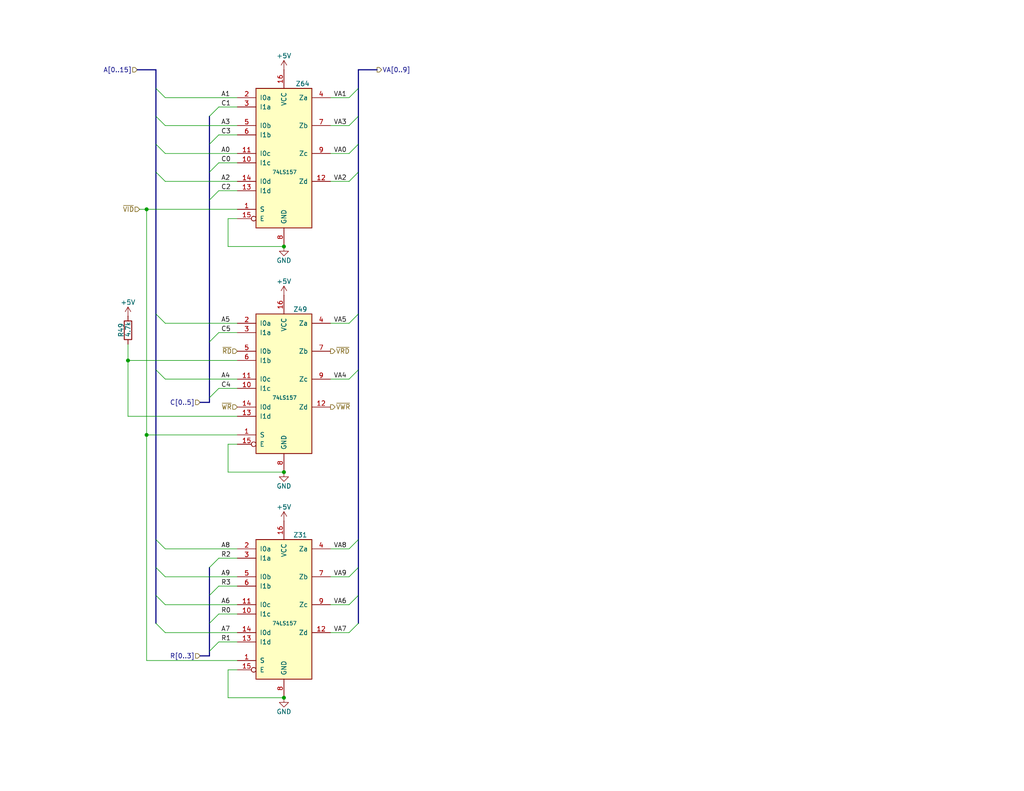
<source format=kicad_sch>
(kicad_sch (version 20231120) (generator "eeschema") (generator_version "8.0")
  (paper "USLetter")
  (title_block (title "TRS-80 Model I Rev D") (date "2024-11-20") (rev "E1A-D") (company "RetroStack - Marcel Erz") (comment 2 "Multiplexer for video RAM access of CPU or video circuit") (comment 4 "Video Access Multiplexer"))
  (lib_symbols
    (symbol "74xx:74LS157" (pin_names (offset 1.016))
      (property "Reference" "U" (at -7.62 19.05 0))
      (property "Value" "74LS157" (at -7.62 -21.59 0))
      (symbol "74LS157_1_0"
        (pin input line (at -12.7 -15.24 0) (length 5.08) (name "S") (number "1"))
        (pin input line (at -12.7 -2.54 0) (length 5.08) (name "I1c") (number "10"))
        (pin input line (at -12.7 0 0) (length 5.08) (name "I0c") (number "11"))
        (pin output line (at 12.7 -7.62 180) (length 5.08) (name "Zd") (number "12"))
        (pin input line (at -12.7 -10.16 0) (length 5.08) (name "I1d") (number "13"))
        (pin input line (at -12.7 -7.62 0) (length 5.08) (name "I0d") (number "14"))
        (pin input inverted (at -12.7 -17.78 0) (length 5.08) (name "E") (number "15"))
        (pin power_in line (at 0 22.86 270) (length 5.08) (name "VCC") (number "16"))
        (pin input line (at -12.7 15.24 0) (length 5.08) (name "I0a") (number "2"))
        (pin input line (at -12.7 12.7 0) (length 5.08) (name "I1a") (number "3"))
        (pin output line (at 12.7 15.24 180) (length 5.08) (name "Za") (number "4"))
        (pin input line (at -12.7 7.62 0) (length 5.08) (name "I0b") (number "5"))
        (pin input line (at -12.7 5.08 0) (length 5.08) (name "I1b") (number "6"))
        (pin output line (at 12.7 7.62 180) (length 5.08) (name "Zb") (number "7"))
        (pin power_in line (at 0 -25.4 90) (length 5.08) (name "GND") (number "8"))
        (pin output line (at 12.7 0 180) (length 5.08) (name "Zc") (number "9"))
      )
      (symbol "74LS157_1_1"
        (rectangle (start -7.62 17.78) (end 7.62 -20.32) (stroke (width 0.254)) (fill (type background)))
      )
    )
    (symbol "Device:R" (pin_numbers hide) (pin_names (offset 0))
      (property "Reference" "R" (at 2.032 0 90))
      (property "Value" "R" (at 0 0 90))
      (symbol "R_0_1"
        (rectangle (start -1.016 -2.54) (end 1.016 2.54) (stroke (width 0.254)))
      )
      (symbol "R_1_1"
        (pin passive line (at 0 3.81 270) (length 1.27) (name "~") (number "1"))
        (pin passive line (at 0 -3.81 90) (length 1.27) (name "~") (number "2"))
      )
    )
    (symbol "power:+5V" (power) (pin_numbers hide) (pin_names (offset 0) hide)
      (property "Value" "+5V" (at 0 3.556 0))
      (symbol "+5V_0_1"
        (polyline (pts (xy -0.762 1.27) (xy 0 2.54)))
        (polyline (pts (xy 0 0) (xy 0 2.54)))
        (polyline (pts (xy 0 2.54) (xy 0.762 1.27)))
      )
      (symbol "+5V_1_1"
        (pin power_in line (at 0 0 90) (length 0) (name "~") (number "1"))
      )
    )
    (symbol "power:GND" (power) (pin_numbers hide) (pin_names (offset 0) hide)
      (property "Value" "GND" (at 0 -3.81 0))
      (symbol "GND_0_1"
        (polyline (pts (xy 0 0) (xy 0 -1.27) (xy 1.27 -1.27) (xy 0 -2.54) (xy -1.27 -1.27) (xy 0 -1.27)))
      )
      (symbol "GND_1_1"
        (pin power_in line (at 0 0 270) (length 0) (name "~") (number "1"))
      )
    )
  )
  (junction (at 77.47 128.905))
  (junction (at 77.47 190.5))
  (junction (at 77.47 67.31))
  (junction (at 40.005 57.15))
  (junction (at 40.005 118.745))
  (junction (at 34.925 98.425))
  (bus_entry (at 95.25 172.72) (size 2.54 -2.54))
  (bus_entry (at 95.25 49.53) (size 2.54 -2.54))
  (bus_entry (at 57.15 177.8) (size 2.54 -2.54))
  (bus_entry (at 95.25 26.67) (size 2.54 -2.54))
  (bus_entry (at 57.15 162.56) (size 2.54 -2.54))
  (bus_entry (at 57.15 154.94) (size 2.54 -2.54))
  (bus_entry (at 42.545 31.75) (size 2.54 2.54))
  (bus_entry (at 95.25 149.86) (size 2.54 -2.54))
  (bus_entry (at 57.15 46.99) (size 2.54 -2.54))
  (bus_entry (at 42.545 24.13) (size 2.54 2.54))
  (bus_entry (at 42.545 147.32) (size 2.54 2.54))
  (bus_entry (at 95.25 88.265) (size 2.54 -2.54))
  (bus_entry (at 42.545 39.37) (size 2.54 2.54))
  (bus_entry (at 42.545 162.56) (size 2.54 2.54))
  (bus_entry (at 57.15 31.75) (size 2.54 -2.54))
  (bus_entry (at 57.15 170.18) (size 2.54 -2.54))
  (bus_entry (at 42.545 85.725) (size 2.54 2.54))
  (bus_entry (at 42.545 170.18) (size 2.54 2.54))
  (bus_entry (at 95.25 41.91) (size 2.54 -2.54))
  (bus_entry (at 95.25 103.505) (size 2.54 -2.54))
  (bus_entry (at 42.545 154.94) (size 2.54 2.54))
  (bus_entry (at 57.15 93.345) (size 2.54 -2.54))
  (bus_entry (at 95.25 157.48) (size 2.54 -2.54))
  (bus_entry (at 57.15 39.37) (size 2.54 -2.54))
  (bus_entry (at 95.25 165.1) (size 2.54 -2.54))
  (bus_entry (at 57.15 108.585) (size 2.54 -2.54))
  (bus_entry (at 42.545 46.99) (size 2.54 2.54))
  (bus_entry (at 57.15 54.61) (size 2.54 -2.54))
  (bus_entry (at 42.545 100.965) (size 2.54 2.54))
  (bus_entry (at 95.25 34.29) (size 2.54 -2.54))
  (bus (pts (xy 57.15 177.8) (xy 57.15 179.07)))
  (bus (pts (xy 42.545 39.37) (xy 42.545 46.99)))
  (bus (pts (xy 42.545 147.32) (xy 42.545 154.94)))
  (bus (pts (xy 54.61 109.855) (xy 57.15 109.855)))
  (bus (pts (xy 97.79 19.05) (xy 102.87 19.05)))
  (bus (pts (xy 97.79 31.75) (xy 97.79 24.13)))
  (wire (pts (xy 62.23 190.5) (xy 77.47 190.5)))
  (wire (pts (xy 45.085 103.505) (xy 64.77 103.505)))
  (bus (pts (xy 97.79 170.18) (xy 97.79 162.56)))
  (wire (pts (xy 45.085 165.1) (xy 64.77 165.1)))
  (bus (pts (xy 57.15 46.99) (xy 57.15 54.61)))
  (bus (pts (xy 57.15 108.585) (xy 57.15 109.855)))
  (wire (pts (xy 64.77 121.285) (xy 62.23 121.285)))
  (bus (pts (xy 42.545 85.725) (xy 42.545 100.965)))
  (bus (pts (xy 42.545 162.56) (xy 42.545 170.18)))
  (bus (pts (xy 57.15 162.56) (xy 57.15 170.18)))
  (wire (pts (xy 38.1 57.15) (xy 40.005 57.15)))
  (wire (pts (xy 59.69 52.07) (xy 64.77 52.07)))
  (wire (pts (xy 45.085 49.53) (xy 64.77 49.53)))
  (wire (pts (xy 40.005 118.745) (xy 40.005 57.15)))
  (wire (pts (xy 59.69 152.4) (xy 64.77 152.4)))
  (wire (pts (xy 45.085 157.48) (xy 64.77 157.48)))
  (wire (pts (xy 62.23 67.31) (xy 77.47 67.31)))
  (bus (pts (xy 97.79 100.965) (xy 97.79 85.725)))
  (bus (pts (xy 54.61 179.07) (xy 57.15 179.07)))
  (wire (pts (xy 90.17 88.265) (xy 95.25 88.265)))
  (wire (pts (xy 90.17 103.505) (xy 95.25 103.505)))
  (bus (pts (xy 57.15 39.37) (xy 57.15 46.99)))
  (wire (pts (xy 62.23 182.88) (xy 62.23 190.5)))
  (wire (pts (xy 62.23 59.69) (xy 62.23 67.31)))
  (wire (pts (xy 90.17 26.67) (xy 95.25 26.67)))
  (bus (pts (xy 57.15 54.61) (xy 57.15 93.345)))
  (wire (pts (xy 45.085 172.72) (xy 64.77 172.72)))
  (wire (pts (xy 90.17 41.91) (xy 95.25 41.91)))
  (wire (pts (xy 59.69 90.805) (xy 64.77 90.805)))
  (wire (pts (xy 59.69 29.21) (xy 64.77 29.21)))
  (wire (pts (xy 64.77 118.745) (xy 40.005 118.745)))
  (wire (pts (xy 64.77 113.665) (xy 34.925 113.665)))
  (bus (pts (xy 57.15 170.18) (xy 57.15 177.8)))
  (wire (pts (xy 45.085 26.67) (xy 64.77 26.67)))
  (wire (pts (xy 90.17 172.72) (xy 95.25 172.72)))
  (bus (pts (xy 97.79 147.32) (xy 97.79 100.965)))
  (bus (pts (xy 42.545 154.94) (xy 42.545 162.56)))
  (wire (pts (xy 62.23 128.905) (xy 77.47 128.905)))
  (bus (pts (xy 57.15 31.75) (xy 57.15 39.37)))
  (wire (pts (xy 45.085 34.29) (xy 64.77 34.29)))
  (wire (pts (xy 90.17 149.86) (xy 95.25 149.86)))
  (bus (pts (xy 97.79 46.99) (xy 97.79 39.37)))
  (bus (pts (xy 42.545 100.965) (xy 42.545 147.32)))
  (bus (pts (xy 42.545 24.13) (xy 42.545 31.75)))
  (wire (pts (xy 64.77 98.425) (xy 34.925 98.425)))
  (wire (pts (xy 62.23 121.285) (xy 62.23 128.905)))
  (wire (pts (xy 90.17 165.1) (xy 95.25 165.1)))
  (wire (pts (xy 45.085 41.91) (xy 64.77 41.91)))
  (wire (pts (xy 64.77 180.34) (xy 40.005 180.34)))
  (wire (pts (xy 59.69 44.45) (xy 64.77 44.45)))
  (wire (pts (xy 90.17 49.53) (xy 95.25 49.53)))
  (wire (pts (xy 34.925 113.665) (xy 34.925 98.425)))
  (bus (pts (xy 97.79 85.725) (xy 97.79 46.99)))
  (bus (pts (xy 42.545 46.99) (xy 42.545 85.725)))
  (wire (pts (xy 64.77 59.69) (xy 62.23 59.69)))
  (wire (pts (xy 90.17 34.29) (xy 95.25 34.29)))
  (bus (pts (xy 42.545 19.05) (xy 42.545 24.13)))
  (bus (pts (xy 97.79 39.37) (xy 97.79 31.75)))
  (bus (pts (xy 42.545 31.75) (xy 42.545 39.37)))
  (bus (pts (xy 97.79 162.56) (xy 97.79 154.94)))
  (wire (pts (xy 34.925 98.425) (xy 34.925 93.98)))
  (wire (pts (xy 90.17 157.48) (xy 95.25 157.48)))
  (wire (pts (xy 45.085 149.86) (xy 64.77 149.86)))
  (wire (pts (xy 45.085 88.265) (xy 64.77 88.265)))
  (wire (pts (xy 59.69 106.045) (xy 64.77 106.045)))
  (wire (pts (xy 59.69 36.83) (xy 64.77 36.83)))
  (wire (pts (xy 59.69 167.64) (xy 64.77 167.64)))
  (bus (pts (xy 97.79 154.94) (xy 97.79 147.32)))
  (bus (pts (xy 57.15 154.94) (xy 57.15 162.56)))
  (wire (pts (xy 40.005 57.15) (xy 64.77 57.15)))
  (wire (pts (xy 59.69 160.02) (xy 64.77 160.02)))
  (wire (pts (xy 40.005 180.34) (xy 40.005 118.745)))
  (bus (pts (xy 37.465 19.05) (xy 42.545 19.05)))
  (wire (pts (xy 64.77 182.88) (xy 62.23 182.88)))
  (bus (pts (xy 57.15 93.345) (xy 57.15 108.585)))
  (bus (pts (xy 97.79 24.13) (xy 97.79 19.05)))
  (wire (pts (xy 59.69 175.26) (xy 64.77 175.26)))
  (label "R0" (at 60.325 167.64 0))
  (label "VA5" (at 94.615 88.265 180))
  (label "VA9" (at 94.615 157.48 180))
  (label "VA2" (at 94.615 49.53 180))
  (label "C0" (at 60.325 44.45 0))
  (label "A9" (at 60.325 157.48 0))
  (label "C3" (at 60.325 36.83 0))
  (label "A1" (at 60.325 26.67 0))
  (label "VA1" (at 94.615 26.67 180))
  (label "C4" (at 60.325 106.045 0))
  (label "A3" (at 60.325 34.29 0))
  (label "VA4" (at 94.615 103.505 180))
  (label "C1" (at 60.325 29.21 0))
  (label "R2" (at 60.325 152.4 0))
  (label "VA6" (at 94.615 165.1 180))
  (label "A6" (at 60.325 165.1 0))
  (label "C5" (at 60.325 90.805 0))
  (label "A2" (at 60.325 49.53 0))
  (label "C2" (at 60.325 52.07 0))
  (label "R3" (at 60.325 160.02 0))
  (label "VA7" (at 94.615 172.72 180))
  (label "VA3" (at 94.615 34.29 180))
  (label "A0" (at 60.325 41.91 0))
  (label "A8" (at 60.325 149.86 0))
  (label "R1" (at 60.325 175.26 0))
  (label "A4" (at 60.325 103.505 0))
  (label "VA8" (at 94.615 149.86 180))
  (label "A7" (at 60.325 172.72 0))
  (label "A5" (at 60.325 88.265 0))
  (label "VA0" (at 94.615 41.91 180))
  (hierarchical_label "VA[0..9]" (shape output) (at 102.87 19.05 0))
  (hierarchical_label "~{WR}" (shape input) (at 64.77 111.125 180))
  (hierarchical_label "~{VRD}" (shape output) (at 90.17 95.885 0))
  (hierarchical_label "~{VWR}" (shape output) (at 90.17 111.125 0))
  (hierarchical_label "~{VID}" (shape input) (at 38.1 57.15 180))
  (hierarchical_label "A[0..15]" (shape input) (at 37.465 19.05 180))
  (hierarchical_label "C[0..5]" (shape input) (at 54.61 109.855 180))
  (hierarchical_label "~{RD}" (shape input) (at 64.77 95.885 180))
  (hierarchical_label "R[0..3]" (shape input) (at 54.61 179.07 180))
  (symbol (lib_id "74xx:74LS157") (at 77.47 165.1 0) (unit 1)
    (property "Reference" "Z31" (at 80.01 146.05 0) (effects (justify left)))
    (property "Value" "74LS157" (at 74.295 170.18 0) (effects (font (size 1 1)) (justify left)))
    (property "Footprint" "RetroStackLibrary:TRS80_Model_I_DIP16" (effects (hide yes)))
    (property "Datasheet" "http://www.ti.com/lit/gpn/sn74LS157" (effects (hide yes)))
  )
  (symbol (lib_id "power:GND") (at 77.47 190.5 0) (unit 1)
    (property "Reference" "#PWR0136" (effects (hide yes)))
    (property "Value" "GND" (at 77.47 194.31 0))
    (property "Description" "Power symbol creates a global label with name \"GND\" , ground" (effects (hide yes)))
  )
  (symbol (lib_id "power:GND") (at 77.47 128.905 0) (unit 1)
    (property "Reference" "#PWR0134" (effects (hide yes)))
    (property "Value" "GND" (at 77.47 132.715 0))
    (property "Description" "Power symbol creates a global label with name \"GND\" , ground" (effects (hide yes)))
  )
  (symbol (lib_id "Device:R") (at 34.925 90.17 0) (unit 1)
    (property "Reference" "R49" (at 33.02 92.075 90) (effects (justify left)))
    (property "Value" "4.7k" (at 34.925 92.075 90) (effects (justify left)))
    (property "Footprint" "RetroStackLibrary:TRS80_Model_I_R_0.25W" (effects (hide yes)))
  )
  (symbol (lib_id "power:+5V") (at 77.47 80.645 0) (unit 1)
    (property "Reference" "#PWR0133" (effects (hide yes)))
    (property "Value" "+5V" (at 77.47 76.835 0))
    (property "Description" "Power symbol creates a global label with name \"+5V\"" (effects (hide yes)))
  )
  (symbol (lib_id "power:GND") (at 77.47 67.31 0) (unit 1)
    (property "Reference" "#PWR0132" (effects (hide yes)))
    (property "Value" "GND" (at 77.47 71.12 0))
    (property "Description" "Power symbol creates a global label with name \"GND\" , ground" (effects (hide yes)))
  )
  (symbol (lib_id "74xx:74LS157") (at 77.47 41.91 0) (unit 1)
    (property "Reference" "Z64" (at 80.645 22.86 0) (effects (justify left)))
    (property "Value" "74LS157" (at 74.295 46.99 0) (effects (font (size 1 1)) (justify left)))
    (property "Footprint" "RetroStackLibrary:TRS80_Model_I_DIP16" (effects (hide yes)))
    (property "Datasheet" "http://www.ti.com/lit/gpn/sn74LS157" (effects (hide yes)))
  )
  (symbol (lib_id "power:+5V") (at 77.47 142.24 0) (unit 1)
    (property "Reference" "#PWR0135" (effects (hide yes)))
    (property "Value" "+5V" (at 77.47 138.43 0))
    (property "Description" "Power symbol creates a global label with name \"+5V\"" (effects (hide yes)))
  )
  (symbol (lib_id "power:+5V") (at 34.925 86.36 0) (unit 1)
    (property "Reference" "#PWR0130" (effects (hide yes)))
    (property "Value" "+5V" (at 34.925 82.55 0))
    (property "Description" "Power symbol creates a global label with name \"+5V\"" (effects (hide yes)))
  )
  (symbol (lib_id "power:+5V") (at 77.47 19.05 0) (unit 1)
    (property "Reference" "#PWR0131" (effects (hide yes)))
    (property "Value" "+5V" (at 77.47 15.24 0))
    (property "Description" "Power symbol creates a global label with name \"+5V\"" (effects (hide yes)))
  )
  (symbol (lib_id "74xx:74LS157") (at 77.47 103.505 0) (unit 1)
    (property "Reference" "Z49" (at 80.01 84.455 0) (effects (justify left)))
    (property "Value" "74LS157" (at 74.295 108.585 0) (effects (font (size 1 1)) (justify left)))
    (property "Footprint" "RetroStackLibrary:TRS80_Model_I_DIP16" (effects (hide yes)))
    (property "Datasheet" "http://www.ti.com/lit/gpn/sn74LS157" (effects (hide yes)))
  )
)
</source>
